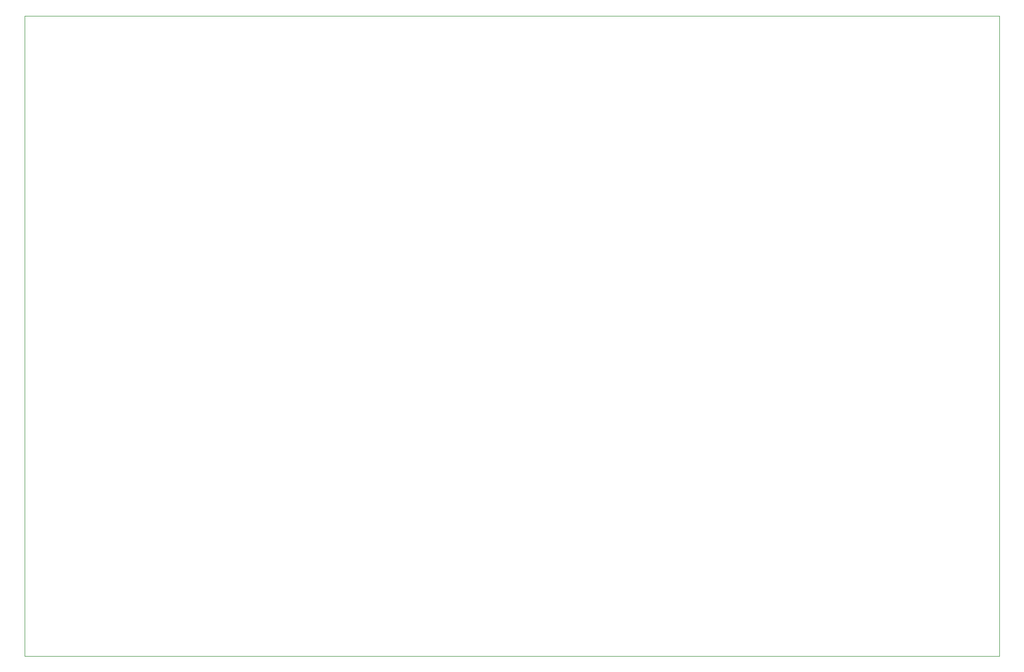
<source format=gbr>
%TF.GenerationSoftware,KiCad,Pcbnew,9.0.3-9.0.3-0~ubuntu24.04.1*%
%TF.CreationDate,2025-09-29T22:24:15+02:00*%
%TF.ProjectId,ColorMemo,436f6c6f-724d-4656-9d6f-2e6b69636164,rev?*%
%TF.SameCoordinates,Original*%
%TF.FileFunction,Profile,NP*%
%FSLAX46Y46*%
G04 Gerber Fmt 4.6, Leading zero omitted, Abs format (unit mm)*
G04 Created by KiCad (PCBNEW 9.0.3-9.0.3-0~ubuntu24.04.1) date 2025-09-29 22:24:15*
%MOMM*%
%LPD*%
G01*
G04 APERTURE LIST*
%TA.AperFunction,Profile*%
%ADD10C,0.050000*%
%TD*%
G04 APERTURE END LIST*
D10*
X46600000Y-46300000D02*
X207350000Y-46300000D01*
X207350000Y-151800000D01*
X46600000Y-151800000D01*
X46600000Y-46300000D01*
M02*

</source>
